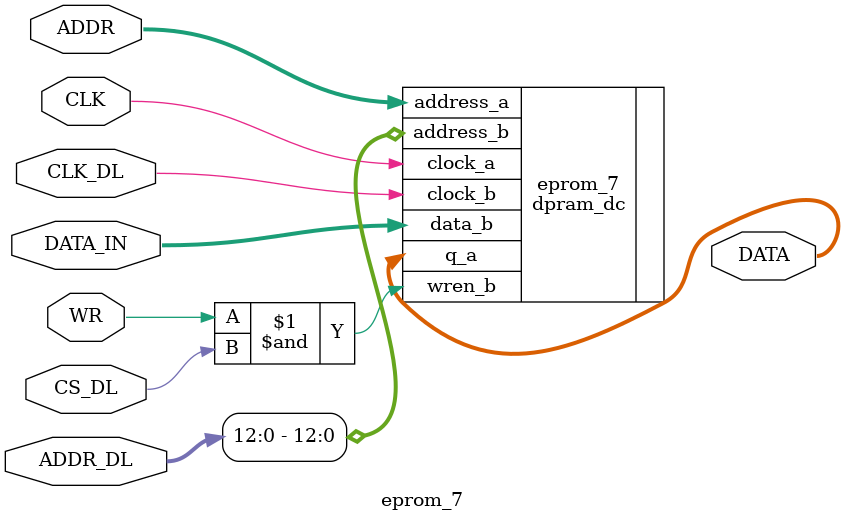
<source format=sv>


module selector
(
	input logic [24:0] ioctl_addr,
	output logic prog_rom1_cs, prog_rom2_cs, prog_rom3_cs,
	output logic bank0_cs, bank1_cs, bank2_cs, bank3_cs, bank4_cs, bank5_cs,
	output logic blit0_cs, blit1_cs, blit2_cs
);

	always_comb begin
		{prog_rom1_cs, prog_rom2_cs, prog_rom3_cs,
		 bank0_cs, bank1_cs, bank2_cs, bank3_cs, bank4_cs, bank5_cs,
		 blit0_cs, blit1_cs, blit2_cs} = 0;

		if(ioctl_addr < 'h2000)
			prog_rom1_cs = 1;
		else if(ioctl_addr < 'h4000)
			prog_rom2_cs = 1;
		else if(ioctl_addr < 'h6000)
			prog_rom3_cs = 1;
		else if(ioctl_addr < 'h8000)
			bank0_cs = 1;
		else if(ioctl_addr < 'hA000)
			bank1_cs = 1;
		else if(ioctl_addr < 'hC000)
			bank2_cs = 1;
		else if(ioctl_addr < 'hE000)
			bank3_cs = 1;
		else if(ioctl_addr < 'h10000)
			bank4_cs = 1;
		else if(ioctl_addr < 'h12000)
			bank5_cs = 1;
		else if(ioctl_addr < 'h14000)
			blit0_cs = 1;
		else if(ioctl_addr < 'h16000)
			blit1_cs = 1;
		else if(ioctl_addr < 'h18000)
			blit2_cs = 1;
	end
endmodule

////////////
// EPROMS //
////////////

//Generic 4KB ROM module (12-bit address)
module eprom_4k
(
	input logic        CLK,
	input logic        CLK_DL,
	input logic [11:0] ADDR,
	input logic [24:0] ADDR_DL,
	input logic [7:0]  DATA_IN,
	input logic        CS_DL,
	input logic        WR,
	output logic [7:0] DATA
);
	dpram_dc #(.widthad_a(12)) rom
	(
		.clock_a(CLK),
		.address_a(ADDR[11:0]),
		.q_a(DATA[7:0]),

		.clock_b(CLK_DL),
		.address_b(ADDR_DL[11:0]),
		.data_b(DATA_IN),
		.wren_b(WR & CS_DL)
	);
endmodule

//Generic 8KB ROM module (13-bit address)
module eprom_8k
(
	input logic        CLK,
	input logic        CLK_DL,
	input logic [12:0] ADDR,
	input logic [24:0] ADDR_DL,
	input logic [7:0]  DATA_IN,
	input logic        CS_DL,
	input logic        WR,
	output logic [7:0] DATA
);
	dpram_dc #(.widthad_a(13)) rom
	(
		.clock_a(CLK),
		.address_a(ADDR[12:0]),
		.q_a(DATA[7:0]),

		.clock_b(CLK_DL),
		.address_b(ADDR_DL[12:0]),
		.data_b(DATA_IN),
		.wren_b(WR & CS_DL)
	);
endmodule

//Sound board ROM (8KB, 13-bit address) - used by sound board index 1
module eprom_7
(
	input logic        CLK,
	input logic        CLK_DL,
	input logic [12:0] ADDR,
	input logic [24:0] ADDR_DL,
	input logic [7:0]  DATA_IN,
	input logic        CS_DL,
	input logic        WR,
	output logic [7:0] DATA
);
	dpram_dc #(.widthad_a(13)) eprom_7
	(
		.clock_a(CLK),
		.address_a(ADDR[12:0]),
		.q_a(DATA[7:0]),

		.clock_b(CLK_DL),
		.address_b(ADDR_DL[12:0]),
		.data_b(DATA_IN),
		.wren_b(WR & CS_DL)
	);
endmodule

</source>
